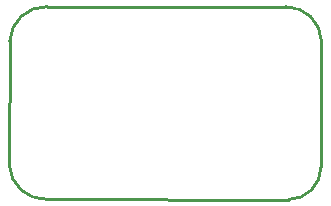
<source format=gbr>
%TF.GenerationSoftware,Altium Limited,Altium Designer,22.10.1 (41)*%
G04 Layer_Color=16711935*
%FSLAX45Y45*%
%MOMM*%
%TF.SameCoordinates,7C4CEE53-0205-4E42-98F0-91463D168F18*%
%TF.FilePolarity,Positive*%
%TF.FileFunction,Other,Mechanical_1*%
%TF.Part,Single*%
G01*
G75*
%TA.AperFunction,NonConductor*%
%ADD31C,0.25400*%
D31*
X2362200Y63468D02*
G03*
X2637966Y342903I-1834J277601D01*
G01*
X317500Y1696719D02*
G03*
X2199Y1402081I-10331J-304970D01*
G01*
X-1070Y353055D02*
G03*
X317500Y66040I302793J15777D01*
G01*
X2641259Y1402081D02*
G03*
X2336800Y1696720I-299549J-4910D01*
G01*
X2637966Y342903D02*
X2641259Y1399541D01*
X317500Y66040D02*
X2362200Y63468D01*
X-1070Y353055D02*
X2199Y1402081D01*
X317500Y1696720D02*
X2336800Y1696720D01*
%TF.MD5,b47c6e4cd31e2baefca14cc77edf6247*%
M02*

</source>
